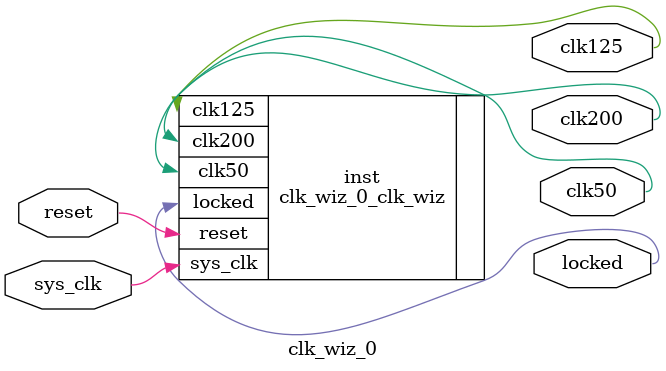
<source format=v>


`timescale 1ps/1ps

(* CORE_GENERATION_INFO = "clk_wiz_0,clk_wiz_v6_0_5_0_0,{component_name=clk_wiz_0,use_phase_alignment=true,use_min_o_jitter=false,use_max_i_jitter=false,use_dyn_phase_shift=false,use_inclk_switchover=false,use_dyn_reconfig=false,enable_axi=0,feedback_source=FDBK_AUTO,PRIMITIVE=MMCM,num_out_clk=3,clkin1_period=20.000,clkin2_period=10.0,use_power_down=false,use_reset=true,use_locked=true,use_inclk_stopped=false,feedback_type=SINGLE,CLOCK_MGR_TYPE=NA,manual_override=false}" *)

module clk_wiz_0 
 (
  // Clock out ports
  output        clk125,
  output        clk200,
  output        clk50,
  // Status and control signals
  input         reset,
  output        locked,
 // Clock in ports
  input         sys_clk
 );

  clk_wiz_0_clk_wiz inst
  (
  // Clock out ports  
  .clk125(clk125),
  .clk200(clk200),
  .clk50(clk50),
  // Status and control signals               
  .reset(reset), 
  .locked(locked),
 // Clock in ports
  .sys_clk(sys_clk)
  );

endmodule

</source>
